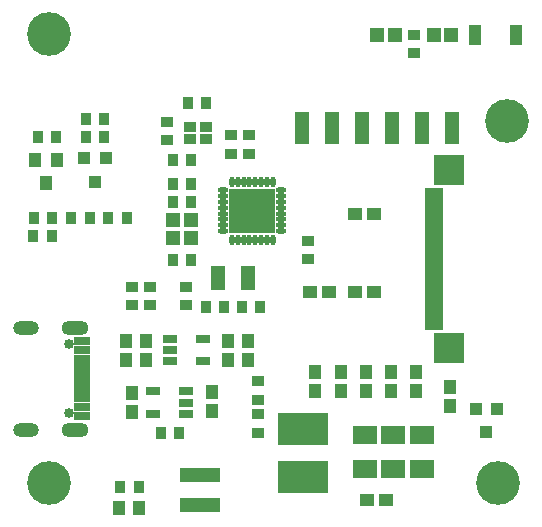
<source format=gts>
G04*
G04 #@! TF.GenerationSoftware,Altium Limited,Altium Designer,22.6.1 (34)*
G04*
G04 Layer_Color=8388736*
%FSLAX25Y25*%
%MOIN*%
G70*
G04*
G04 #@! TF.SameCoordinates,C960C2BB-4387-47BD-B0B2-73E0CB32DA73*
G04*
G04*
G04 #@! TF.FilePolarity,Negative*
G04*
G01*
G75*
%ADD41R,0.04100X0.05000*%
%ADD42R,0.03950X0.04343*%
%ADD43R,0.03556X0.04343*%
%ADD44R,0.04343X0.03556*%
%ADD45R,0.04737X0.10642*%
%ADD46R,0.03950X0.07099*%
%ADD47R,0.04737X0.04540*%
%ADD48R,0.05131X0.03162*%
%ADD49R,0.15761X0.14580*%
%ADD50O,0.03753X0.01784*%
%ADD51O,0.01784X0.03753*%
%ADD52R,0.04737X0.07887*%
%ADD53R,0.16548X0.10642*%
%ADD54R,0.04599X0.04343*%
%ADD55R,0.04343X0.04599*%
%ADD56R,0.04147X0.04540*%
%ADD57R,0.04147X0.03753*%
%ADD58R,0.05328X0.01981*%
%ADD59R,0.05328X0.03162*%
%ADD60R,0.13280X0.04816*%
%ADD61R,0.09855X0.09855*%
%ADD62R,0.06312X0.01981*%
%ADD63R,0.07887X0.06076*%
%ADD64C,0.14580*%
%ADD65C,0.03359*%
%ADD66O,0.09068X0.04934*%
%ADD67O,0.08674X0.04737*%
%ADD68C,0.03950*%
D41*
X-72000Y33000D02*
D03*
X-79400D02*
D03*
X-75700Y25126D02*
D03*
D42*
X-59500Y25563D02*
D03*
X-63043Y33437D02*
D03*
X-55957D02*
D03*
X71000Y-57937D02*
D03*
X74543Y-50063D02*
D03*
X67457D02*
D03*
D43*
X-62610Y46500D02*
D03*
X-56390D02*
D03*
X-56390Y40500D02*
D03*
X-62610D02*
D03*
X-72390D02*
D03*
X-78610D02*
D03*
X-79941Y13669D02*
D03*
X-73721D02*
D03*
X-67526D02*
D03*
X-61305D02*
D03*
X-80110Y7500D02*
D03*
X-73890D02*
D03*
X-28610Y52000D02*
D03*
X-22390D02*
D03*
X-10610Y-16000D02*
D03*
X-4390D02*
D03*
X-22610D02*
D03*
X-16390D02*
D03*
X-31390Y-58000D02*
D03*
X-37610D02*
D03*
X-44890Y-76000D02*
D03*
X-51110D02*
D03*
X-33610Y33000D02*
D03*
X-27390D02*
D03*
X-33610Y25000D02*
D03*
X-27390D02*
D03*
Y19000D02*
D03*
X-33610D02*
D03*
X-27390Y-500D02*
D03*
X-33610D02*
D03*
X-48890Y13669D02*
D03*
X-55110D02*
D03*
D44*
X47000Y74610D02*
D03*
Y68390D02*
D03*
X11500Y6000D02*
D03*
Y-221D02*
D03*
X-5000Y-47110D02*
D03*
Y-40890D02*
D03*
Y-58110D02*
D03*
Y-51890D02*
D03*
X-29000Y-9390D02*
D03*
Y-15610D02*
D03*
X-8000Y34890D02*
D03*
Y41110D02*
D03*
X-14000Y34890D02*
D03*
Y41110D02*
D03*
X-35500Y45610D02*
D03*
Y39390D02*
D03*
X-41000Y-15610D02*
D03*
Y-9390D02*
D03*
X-47000Y-15610D02*
D03*
Y-9390D02*
D03*
D45*
X59500Y43500D02*
D03*
X49500D02*
D03*
X39500D02*
D03*
X29500D02*
D03*
X19500D02*
D03*
X9500D02*
D03*
D46*
X80693Y74500D02*
D03*
X67307D02*
D03*
D47*
X53427D02*
D03*
X59333D02*
D03*
X40453D02*
D03*
X34547D02*
D03*
X-33453Y13000D02*
D03*
X-27547D02*
D03*
X-27547Y7000D02*
D03*
X-33453D02*
D03*
D48*
X-34512Y-26800D02*
D03*
X-23488D02*
D03*
X-34512Y-30540D02*
D03*
Y-34280D02*
D03*
X-23488D02*
D03*
X-28988Y-51700D02*
D03*
X-40012D02*
D03*
X-28988Y-47960D02*
D03*
Y-44220D02*
D03*
X-40012D02*
D03*
D49*
X-7000Y16000D02*
D03*
D50*
X-16646Y9110D02*
D03*
Y11079D02*
D03*
Y13047D02*
D03*
Y15016D02*
D03*
Y16984D02*
D03*
Y18953D02*
D03*
Y20921D02*
D03*
Y22890D02*
D03*
X2646D02*
D03*
Y20921D02*
D03*
Y18953D02*
D03*
Y16984D02*
D03*
Y15016D02*
D03*
Y13047D02*
D03*
Y11079D02*
D03*
Y9110D02*
D03*
D51*
X-13890Y25646D02*
D03*
X-11921D02*
D03*
X-9953D02*
D03*
X-7984D02*
D03*
X-6016D02*
D03*
X-4047D02*
D03*
X-2079D02*
D03*
X-110D02*
D03*
Y6354D02*
D03*
X-2079D02*
D03*
X-4047D02*
D03*
X-6016D02*
D03*
X-7984D02*
D03*
X-9953D02*
D03*
X-11921D02*
D03*
X-13890D02*
D03*
D52*
X-18421Y-6500D02*
D03*
X-8579D02*
D03*
D53*
X10000Y-72874D02*
D03*
Y-56732D02*
D03*
D54*
X31350Y-80500D02*
D03*
X37650D02*
D03*
X27350Y15000D02*
D03*
X33650D02*
D03*
X27350Y-11000D02*
D03*
X33650D02*
D03*
X18650D02*
D03*
X12350D02*
D03*
D55*
X-42500Y-33650D02*
D03*
Y-27350D02*
D03*
X-49000Y-33650D02*
D03*
Y-27350D02*
D03*
X-15000Y-33650D02*
D03*
Y-27350D02*
D03*
X-8500Y-33650D02*
D03*
Y-27350D02*
D03*
X-20500Y-50650D02*
D03*
Y-44350D02*
D03*
X-47000Y-51150D02*
D03*
Y-44850D02*
D03*
X59000Y-42850D02*
D03*
Y-49150D02*
D03*
X47500Y-44000D02*
D03*
Y-37701D02*
D03*
X39125D02*
D03*
Y-44000D02*
D03*
X30750D02*
D03*
Y-37701D02*
D03*
X22375D02*
D03*
Y-44000D02*
D03*
X14000D02*
D03*
Y-37701D02*
D03*
D56*
X-51346Y-83000D02*
D03*
X-44653D02*
D03*
D57*
X-27815Y44000D02*
D03*
Y39866D02*
D03*
X-22500Y44000D02*
D03*
Y39866D02*
D03*
D58*
X-63779Y-33110D02*
D03*
Y-35079D02*
D03*
Y-37047D02*
D03*
Y-46890D02*
D03*
Y-44921D02*
D03*
Y-42953D02*
D03*
Y-39016D02*
D03*
Y-40984D02*
D03*
D59*
Y-49449D02*
D03*
Y-30551D02*
D03*
Y-52598D02*
D03*
Y-27402D02*
D03*
D60*
X-24500Y-72000D02*
D03*
Y-82000D02*
D03*
D61*
X58421Y-29626D02*
D03*
Y29626D02*
D03*
D62*
X53500Y-6890D02*
D03*
Y20669D02*
D03*
Y18701D02*
D03*
Y16732D02*
D03*
Y14764D02*
D03*
Y12795D02*
D03*
Y10827D02*
D03*
Y8858D02*
D03*
Y6890D02*
D03*
Y4921D02*
D03*
Y2953D02*
D03*
Y984D02*
D03*
Y-984D02*
D03*
Y-2953D02*
D03*
Y-4921D02*
D03*
Y-8858D02*
D03*
Y-10827D02*
D03*
Y-12795D02*
D03*
Y-14764D02*
D03*
Y-16732D02*
D03*
Y-18701D02*
D03*
Y-20669D02*
D03*
Y-22638D02*
D03*
Y22638D02*
D03*
D03*
D63*
X49500Y-58870D02*
D03*
Y-70130D02*
D03*
X40000D02*
D03*
Y-58870D02*
D03*
X30500D02*
D03*
Y-70130D02*
D03*
D64*
X78000Y46000D02*
D03*
X74803Y-74803D02*
D03*
X-74803D02*
D03*
Y74803D02*
D03*
D65*
X-68012Y-28622D02*
D03*
Y-51378D02*
D03*
D66*
X-66043Y-57008D02*
D03*
Y-22992D02*
D03*
D67*
X-82500Y-57008D02*
D03*
Y-22992D02*
D03*
D68*
X-2669Y20331D02*
D03*
Y16000D02*
D03*
Y11669D02*
D03*
X-7000Y20331D02*
D03*
Y16000D02*
D03*
Y11669D02*
D03*
X-11331Y20331D02*
D03*
Y16000D02*
D03*
Y11669D02*
D03*
M02*

</source>
